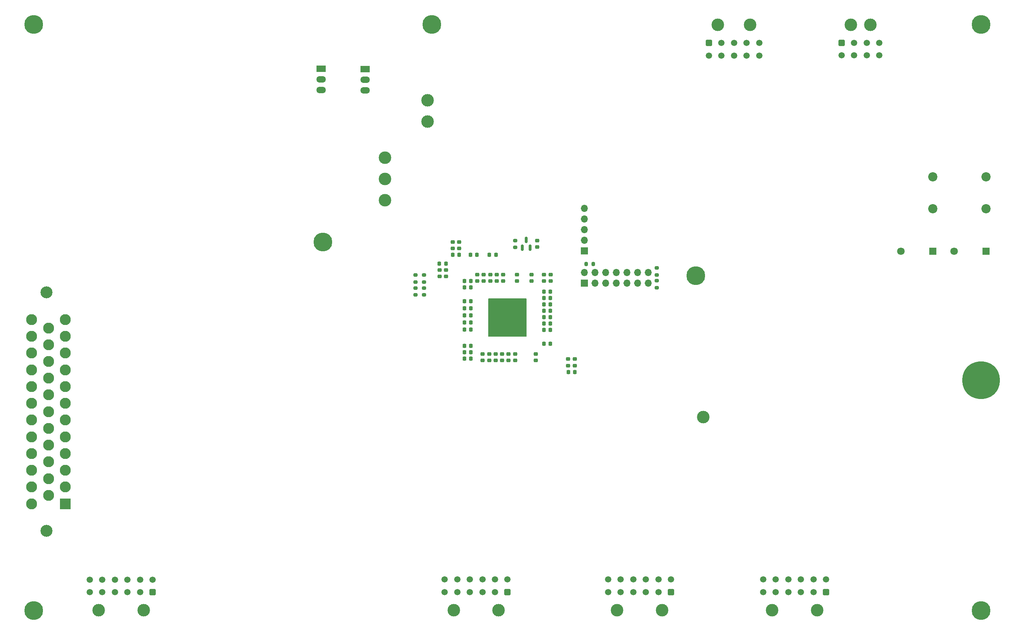
<source format=gbs>
%TF.GenerationSoftware,KiCad,Pcbnew,8.0.4*%
%TF.CreationDate,2024-11-12T22:32:29+03:00*%
%TF.ProjectId,EVD80_ControlBoard,45564438-305f-4436-9f6e-74726f6c426f,rev?*%
%TF.SameCoordinates,Original*%
%TF.FileFunction,Soldermask,Bot*%
%TF.FilePolarity,Negative*%
%FSLAX46Y46*%
G04 Gerber Fmt 4.6, Leading zero omitted, Abs format (unit mm)*
G04 Created by KiCad (PCBNEW 8.0.4) date 2024-11-12 22:32:29*
%MOMM*%
%LPD*%
G01*
G04 APERTURE LIST*
G04 Aperture macros list*
%AMRoundRect*
0 Rectangle with rounded corners*
0 $1 Rounding radius*
0 $2 $3 $4 $5 $6 $7 $8 $9 X,Y pos of 4 corners*
0 Add a 4 corners polygon primitive as box body*
4,1,4,$2,$3,$4,$5,$6,$7,$8,$9,$2,$3,0*
0 Add four circle primitives for the rounded corners*
1,1,$1+$1,$2,$3*
1,1,$1+$1,$4,$5*
1,1,$1+$1,$6,$7*
1,1,$1+$1,$8,$9*
0 Add four rect primitives between the rounded corners*
20,1,$1+$1,$2,$3,$4,$5,0*
20,1,$1+$1,$4,$5,$6,$7,0*
20,1,$1+$1,$6,$7,$8,$9,0*
20,1,$1+$1,$8,$9,$2,$3,0*%
G04 Aperture macros list end*
%ADD10C,0.150000*%
%ADD11C,3.000000*%
%ADD12RoundRect,0.250001X0.499999X0.499999X-0.499999X0.499999X-0.499999X-0.499999X0.499999X-0.499999X0*%
%ADD13C,1.500000*%
%ADD14R,1.700000X1.700000*%
%ADD15O,1.700000X1.700000*%
%ADD16C,0.900000*%
%ADD17C,9.000000*%
%ADD18C,2.200000*%
%ADD19R,1.800000X1.800000*%
%ADD20C,1.800000*%
%ADD21R,2.300000X1.500000*%
%ADD22O,2.300000X1.500000*%
%ADD23C,0.499999*%
%ADD24C,4.500000*%
%ADD25RoundRect,0.250001X-0.499999X-0.499999X0.499999X-0.499999X0.499999X0.499999X-0.499999X0.499999X0*%
%ADD26RoundRect,0.225000X0.225000X0.250000X-0.225000X0.250000X-0.225000X-0.250000X0.225000X-0.250000X0*%
%ADD27RoundRect,0.225000X-0.225000X-0.250000X0.225000X-0.250000X0.225000X0.250000X-0.225000X0.250000X0*%
%ADD28RoundRect,0.225000X0.250000X-0.225000X0.250000X0.225000X-0.250000X0.225000X-0.250000X-0.225000X0*%
%ADD29RoundRect,0.200000X-0.275000X0.200000X-0.275000X-0.200000X0.275000X-0.200000X0.275000X0.200000X0*%
%ADD30RoundRect,0.225000X-0.250000X0.225000X-0.250000X-0.225000X0.250000X-0.225000X0.250000X0.225000X0*%
%ADD31C,2.850000*%
%ADD32R,2.625000X2.625000*%
%ADD33C,2.625000*%
%ADD34RoundRect,0.218750X-0.218750X-0.256250X0.218750X-0.256250X0.218750X0.256250X-0.218750X0.256250X0*%
%ADD35RoundRect,0.218750X0.218750X0.256250X-0.218750X0.256250X-0.218750X-0.256250X0.218750X-0.256250X0*%
%ADD36RoundRect,0.150000X0.150000X-0.587500X0.150000X0.587500X-0.150000X0.587500X-0.150000X-0.587500X0*%
%ADD37RoundRect,0.200000X0.275000X-0.200000X0.275000X0.200000X-0.275000X0.200000X-0.275000X-0.200000X0*%
%ADD38RoundRect,0.200000X-0.200000X-0.275000X0.200000X-0.275000X0.200000X0.275000X-0.200000X0.275000X0*%
G04 APERTURE END LIST*
D10*
X213500000Y-150500000D02*
X222500000Y-150500000D01*
X222500000Y-159500000D01*
X213500000Y-159500000D01*
X213500000Y-150500000D01*
G36*
X213500000Y-150500000D02*
G01*
X222500000Y-150500000D01*
X222500000Y-159500000D01*
X213500000Y-159500000D01*
X213500000Y-150500000D01*
G37*
D11*
%TO.C,TP1*%
X188820000Y-121876000D03*
%TD*%
%TO.C,J9*%
X131182000Y-224943000D03*
X120482000Y-224943000D03*
D12*
X133342000Y-220623000D03*
D13*
X130342000Y-220623000D03*
X127342000Y-220623000D03*
X124342000Y-220623000D03*
X121342000Y-220623000D03*
X118342000Y-220623000D03*
X133342000Y-217623000D03*
X130342000Y-217623000D03*
X127342000Y-217623000D03*
X124342000Y-217623000D03*
X121342000Y-217623000D03*
X118342000Y-217623000D03*
%TD*%
D14*
%TO.C,J1*%
X236375000Y-146775000D03*
D15*
X236375000Y-144235000D03*
X238915000Y-146775000D03*
X238915000Y-144235000D03*
X241455000Y-146775000D03*
X241455000Y-144235000D03*
X243995000Y-146775000D03*
X243995000Y-144235000D03*
X246535000Y-146775000D03*
X246535000Y-144235000D03*
X249075000Y-146775000D03*
X249075000Y-144235000D03*
X251615000Y-146775000D03*
X251615000Y-144235000D03*
%TD*%
D11*
%TO.C,TP3*%
X188820000Y-126956000D03*
%TD*%
%TO.C,TP5*%
X198980000Y-103080000D03*
%TD*%
D16*
%TO.C,H5*%
X327625000Y-170000000D03*
X328613515Y-167613515D03*
X328613515Y-172386485D03*
X331000000Y-166625000D03*
D17*
X331000000Y-170000000D03*
D16*
X331000000Y-173375000D03*
X333386485Y-167613515D03*
X333386485Y-172386485D03*
X334375000Y-170000000D03*
%TD*%
D18*
%TO.C,K2*%
X319479500Y-129027500D03*
X319479500Y-121407500D03*
D19*
X319479500Y-139187500D03*
D20*
X311859500Y-139187500D03*
%TD*%
D21*
%TO.C,U2*%
X173542500Y-95553000D03*
D22*
X173542500Y-98093000D03*
X173542500Y-100633000D03*
%TD*%
D23*
%TO.C,U7*%
X214699999Y-158300001D03*
X215799999Y-158300001D03*
X216900000Y-158300001D03*
X218000000Y-158300001D03*
X219099998Y-158300001D03*
X220199998Y-158300001D03*
X221299998Y-158300001D03*
X214699999Y-157200001D03*
X215799999Y-157200001D03*
X216900000Y-157200001D03*
X218000000Y-157200001D03*
X219099998Y-157200001D03*
X220199998Y-157200001D03*
X221299998Y-157200001D03*
X214699999Y-156100000D03*
X215799999Y-156100000D03*
X216900000Y-156100000D03*
X218000000Y-156100000D03*
X219099998Y-156100000D03*
X220199998Y-156100000D03*
X221299998Y-156100000D03*
X214699999Y-155000000D03*
X215799999Y-155000000D03*
X216900000Y-155000000D03*
X218000000Y-155000000D03*
X219099998Y-155000000D03*
X220199998Y-155000000D03*
X221299998Y-155000000D03*
X214699999Y-153900002D03*
X215799999Y-153900002D03*
X216900000Y-153900002D03*
X218000000Y-153900002D03*
X219099998Y-153900002D03*
X220199998Y-153900002D03*
X221299998Y-153900002D03*
X214699999Y-152800002D03*
X215799999Y-152800002D03*
X216900000Y-152800002D03*
X218000000Y-152800002D03*
X219099998Y-152800002D03*
X220199998Y-152800002D03*
X221299998Y-152800002D03*
X214699999Y-151700002D03*
X215799999Y-151700002D03*
X216900000Y-151700002D03*
X218000000Y-151700002D03*
X219099998Y-151700002D03*
X220199998Y-151700002D03*
X221299998Y-151700002D03*
%TD*%
D18*
%TO.C,K1*%
X332179500Y-129027500D03*
X332179500Y-121407500D03*
D19*
X332179500Y-139187500D03*
D20*
X324559500Y-139187500D03*
%TD*%
D11*
%TO.C,J5*%
X254882000Y-224928000D03*
X244182000Y-224928000D03*
D12*
X257042000Y-220608000D03*
D13*
X254042000Y-220608000D03*
X251042000Y-220608000D03*
X248042000Y-220608000D03*
X245042000Y-220608000D03*
X242042000Y-220608000D03*
X257042000Y-217608000D03*
X254042000Y-217608000D03*
X251042000Y-217608000D03*
X248042000Y-217608000D03*
X245042000Y-217608000D03*
X242042000Y-217608000D03*
%TD*%
D24*
%TO.C,H7*%
X263000000Y-145000000D03*
%TD*%
D11*
%TO.C,TP4*%
X264766000Y-178772000D03*
%TD*%
D24*
%TO.C,H8*%
X200000000Y-85000000D03*
%TD*%
%TO.C,H3*%
X331000000Y-225000000D03*
%TD*%
%TO.C,H6*%
X174000000Y-137000000D03*
%TD*%
D14*
%TO.C,J10*%
X236398000Y-139063000D03*
D15*
X236398000Y-136523000D03*
X236398000Y-133983000D03*
X236398000Y-131443000D03*
X236398000Y-128903000D03*
%TD*%
D11*
%TO.C,J3*%
X299920000Y-85067000D03*
X304620000Y-85067000D03*
D25*
X297760000Y-89387000D03*
D13*
X300760000Y-89387000D03*
X303760000Y-89387000D03*
X306760000Y-89387000D03*
X297760000Y-92387000D03*
X300760000Y-92387000D03*
X303760000Y-92387000D03*
X306760000Y-92387000D03*
%TD*%
D24*
%TO.C,H4*%
X105000000Y-225000000D03*
%TD*%
D11*
%TO.C,J4*%
X215882000Y-224928000D03*
X205182000Y-224928000D03*
D12*
X218042000Y-220608000D03*
D13*
X215042000Y-220608000D03*
X212042000Y-220608000D03*
X209042000Y-220608000D03*
X206042000Y-220608000D03*
X203042000Y-220608000D03*
X218042000Y-217608000D03*
X215042000Y-217608000D03*
X212042000Y-217608000D03*
X209042000Y-217608000D03*
X206042000Y-217608000D03*
X203042000Y-217608000D03*
%TD*%
D24*
%TO.C,H2*%
X331000000Y-85000000D03*
%TD*%
%TO.C,H1*%
X105000000Y-85000000D03*
%TD*%
D11*
%TO.C,TP2*%
X188820000Y-116796000D03*
%TD*%
%TO.C,J6*%
X291882000Y-224928000D03*
X281182000Y-224928000D03*
D12*
X294042000Y-220608000D03*
D13*
X291042000Y-220608000D03*
X288042000Y-220608000D03*
X285042000Y-220608000D03*
X282042000Y-220608000D03*
X279042000Y-220608000D03*
X294042000Y-217608000D03*
X291042000Y-217608000D03*
X288042000Y-217608000D03*
X285042000Y-217608000D03*
X282042000Y-217608000D03*
X279042000Y-217608000D03*
%TD*%
D11*
%TO.C,J11*%
X268245000Y-85091000D03*
X275945000Y-85091000D03*
D25*
X266085000Y-89411000D03*
D13*
X269085000Y-89411000D03*
X272085000Y-89411000D03*
X275085000Y-89411000D03*
X278085000Y-89411000D03*
X266085000Y-92411000D03*
X269085000Y-92411000D03*
X272085000Y-92411000D03*
X275085000Y-92411000D03*
X278085000Y-92411000D03*
%TD*%
D11*
%TO.C,TP6*%
X198980000Y-108160000D03*
%TD*%
D21*
%TO.C,U3*%
X184042500Y-95646000D03*
D22*
X184042500Y-98186000D03*
X184042500Y-100726000D03*
%TD*%
D26*
%TO.C,C55*%
X209275000Y-147800000D03*
X207725000Y-147800000D03*
%TD*%
D27*
%TO.C,C26*%
X213725000Y-140000000D03*
X215275000Y-140000000D03*
%TD*%
D28*
%TO.C,C48*%
X228300000Y-146275000D03*
X228300000Y-144725000D03*
%TD*%
D29*
%TO.C,R14*%
X253652000Y-143151000D03*
X253652000Y-144801000D03*
%TD*%
D28*
%TO.C,C25*%
X212350000Y-146275000D03*
X212350000Y-144725000D03*
%TD*%
D26*
%TO.C,C56*%
X209275000Y-151100000D03*
X207725000Y-151100000D03*
%TD*%
D30*
%TO.C,C40*%
X213650000Y-163725000D03*
X213650000Y-165275000D03*
%TD*%
D28*
%TO.C,C49*%
X226700000Y-146275000D03*
X226700000Y-144725000D03*
%TD*%
D27*
%TO.C,C20*%
X226725000Y-158000000D03*
X228275000Y-158000000D03*
%TD*%
D26*
%TO.C,C57*%
X209275000Y-152800000D03*
X207725000Y-152800000D03*
%TD*%
D29*
%TO.C,R18*%
X198120000Y-147968000D03*
X198120000Y-149618000D03*
%TD*%
D31*
%TO.C,J2*%
X108000000Y-206000000D03*
X108000000Y-149000000D03*
D32*
X112500000Y-199500000D03*
D33*
X112500000Y-195500000D03*
X112500000Y-191500000D03*
X112500000Y-187500000D03*
X112500000Y-183500000D03*
X112500000Y-179500000D03*
X112500000Y-175500000D03*
X112500000Y-171500000D03*
X112500000Y-167500000D03*
X112500000Y-163500000D03*
X112500000Y-159500000D03*
X112500000Y-155500000D03*
X108500000Y-197500000D03*
X108500000Y-193500000D03*
X108500000Y-189500000D03*
X108500000Y-185500000D03*
X108500000Y-181500000D03*
X108500000Y-177500000D03*
X108500000Y-173500000D03*
X108500000Y-169500000D03*
X108500000Y-165500000D03*
X108500000Y-161500000D03*
X108500000Y-157500000D03*
X104500000Y-199500000D03*
X104500000Y-195500000D03*
X104500000Y-191500000D03*
X104500000Y-187500000D03*
X104500000Y-183500000D03*
X104500000Y-179500000D03*
X104500000Y-175500000D03*
X104500000Y-171500000D03*
X104500000Y-167500000D03*
X104500000Y-163500000D03*
X104500000Y-159500000D03*
X104500000Y-155500000D03*
%TD*%
D30*
%TO.C,C19*%
X218300000Y-163725000D03*
X218300000Y-165275000D03*
%TD*%
%TO.C,C28*%
X201803000Y-143624000D03*
X201803000Y-145174000D03*
%TD*%
D34*
%TO.C,L4*%
X201777500Y-142113000D03*
X203352500Y-142113000D03*
%TD*%
D29*
%TO.C,R12*%
X196056000Y-147968000D03*
X196056000Y-149618000D03*
%TD*%
D30*
%TO.C,C42*%
X216750000Y-163725000D03*
X216750000Y-165275000D03*
%TD*%
D35*
%TO.C,L6*%
X234100000Y-168000000D03*
X232525000Y-168000000D03*
%TD*%
D28*
%TO.C,C36*%
X206502000Y-138489000D03*
X206502000Y-136939000D03*
%TD*%
D26*
%TO.C,C24*%
X210750000Y-140000000D03*
X209200000Y-140000000D03*
%TD*%
D36*
%TO.C,U9*%
X223454000Y-138351500D03*
X221554000Y-138351500D03*
X222504000Y-136476500D03*
%TD*%
D26*
%TO.C,C32*%
X209275000Y-156200000D03*
X207725000Y-156200000D03*
%TD*%
D28*
%TO.C,C35*%
X204978000Y-138489000D03*
X204978000Y-136939000D03*
%TD*%
D26*
%TO.C,C27*%
X209275000Y-146250000D03*
X207725000Y-146250000D03*
%TD*%
D30*
%TO.C,C39*%
X212100000Y-163725000D03*
X212100000Y-165275000D03*
%TD*%
D26*
%TO.C,C29*%
X228275000Y-161250000D03*
X226725000Y-161250000D03*
%TD*%
D27*
%TO.C,C21*%
X226725000Y-150380000D03*
X228275000Y-150380000D03*
%TD*%
D29*
%TO.C,R17*%
X198120000Y-144868000D03*
X198120000Y-146518000D03*
%TD*%
D27*
%TO.C,C46*%
X226725000Y-151904000D03*
X228275000Y-151904000D03*
%TD*%
D30*
%TO.C,C18*%
X215198000Y-163725000D03*
X215198000Y-165275000D03*
%TD*%
D27*
%TO.C,C47*%
X226725000Y-148850000D03*
X228275000Y-148850000D03*
%TD*%
D28*
%TO.C,C31*%
X224750000Y-165275000D03*
X224750000Y-163725000D03*
%TD*%
D30*
%TO.C,C33*%
X203327000Y-143624000D03*
X203327000Y-145174000D03*
%TD*%
D37*
%TO.C,R13*%
X253652000Y-147849000D03*
X253652000Y-146199000D03*
%TD*%
D26*
%TO.C,C58*%
X209275000Y-157900000D03*
X207725000Y-157900000D03*
%TD*%
D38*
%TO.C,R16*%
X236820000Y-142203000D03*
X238470000Y-142203000D03*
%TD*%
D34*
%TO.C,L5*%
X204952500Y-140000000D03*
X206527500Y-140000000D03*
%TD*%
D26*
%TO.C,C59*%
X209275000Y-161750000D03*
X207725000Y-161750000D03*
%TD*%
%TO.C,C37*%
X209275000Y-164850000D03*
X207725000Y-164850000D03*
%TD*%
D28*
%TO.C,C54*%
X210800000Y-146275000D03*
X210800000Y-144725000D03*
%TD*%
%TO.C,C41*%
X232512500Y-166475000D03*
X232512500Y-164925000D03*
%TD*%
D26*
%TO.C,C22*%
X228275000Y-153428000D03*
X226725000Y-153428000D03*
%TD*%
D28*
%TO.C,C38*%
X234112500Y-166475000D03*
X234112500Y-164925000D03*
%TD*%
%TO.C,C52*%
X217000000Y-146275000D03*
X217000000Y-144725000D03*
%TD*%
%TO.C,C51*%
X220250000Y-146275000D03*
X220250000Y-144725000D03*
%TD*%
D26*
%TO.C,C34*%
X209275000Y-163300000D03*
X207725000Y-163300000D03*
%TD*%
D27*
%TO.C,C45*%
X226725000Y-154952000D03*
X228275000Y-154952000D03*
%TD*%
D28*
%TO.C,C50*%
X223750000Y-146275000D03*
X223750000Y-144725000D03*
%TD*%
D29*
%TO.C,R19*%
X219904000Y-136589000D03*
X219904000Y-138239000D03*
%TD*%
D28*
%TO.C,C63*%
X225104000Y-138189000D03*
X225104000Y-136639000D03*
%TD*%
D29*
%TO.C,R11*%
X196056000Y-144868000D03*
X196056000Y-146518000D03*
%TD*%
D27*
%TO.C,C44*%
X226725000Y-156476000D03*
X228275000Y-156476000D03*
%TD*%
D28*
%TO.C,C23*%
X213900000Y-146275000D03*
X213900000Y-144725000D03*
%TD*%
D26*
%TO.C,C30*%
X209275000Y-154500000D03*
X207725000Y-154500000D03*
%TD*%
D28*
%TO.C,C53*%
X215450000Y-146275000D03*
X215450000Y-144725000D03*
%TD*%
D30*
%TO.C,C43*%
X219850000Y-163725000D03*
X219850000Y-165275000D03*
%TD*%
M02*

</source>
